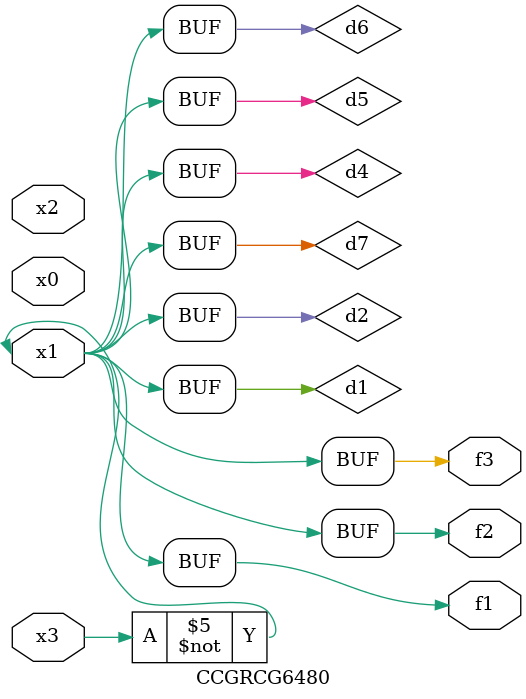
<source format=v>
module CCGRCG6480(
	input x0, x1, x2, x3,
	output f1, f2, f3
);

	wire d1, d2, d3, d4, d5, d6, d7;

	not (d1, x3);
	buf (d2, x1);
	xnor (d3, d1, d2);
	nor (d4, d1);
	buf (d5, d1, d2);
	buf (d6, d4, d5);
	nand (d7, d4);
	assign f1 = d6;
	assign f2 = d7;
	assign f3 = d6;
endmodule

</source>
